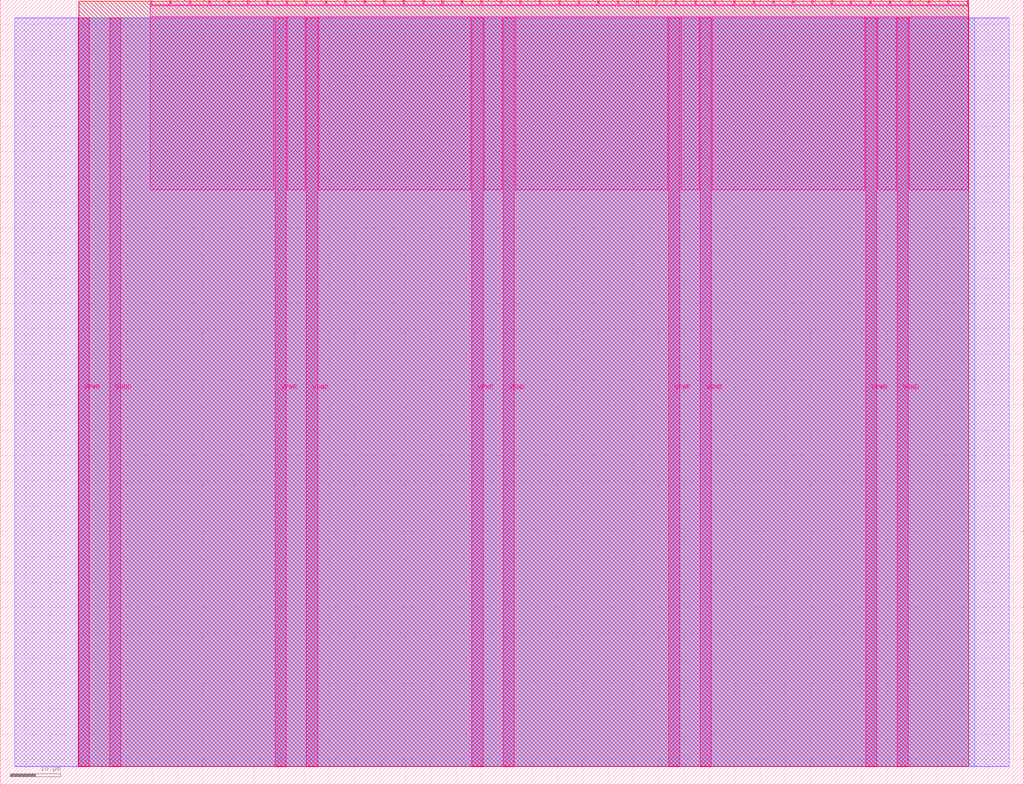
<source format=lef>
VERSION 5.7 ;
  NOWIREEXTENSIONATPIN ON ;
  DIVIDERCHAR "/" ;
  BUSBITCHARS "[]" ;
MACRO tt_um_LFSR_Encrypt
  CLASS BLOCK ;
  FOREIGN tt_um_LFSR_Encrypt ;
  ORIGIN 0.000 0.000 ;
  SIZE 202.080 BY 154.980 ;
  PIN VGND
    DIRECTION INOUT ;
    USE GROUND ;
    PORT
      LAYER Metal5 ;
        RECT 21.580 3.560 23.780 151.420 ;
    END
    PORT
      LAYER Metal5 ;
        RECT 60.450 3.560 62.650 151.420 ;
    END
    PORT
      LAYER Metal5 ;
        RECT 99.320 3.560 101.520 151.420 ;
    END
    PORT
      LAYER Metal5 ;
        RECT 138.190 3.560 140.390 151.420 ;
    END
    PORT
      LAYER Metal5 ;
        RECT 177.060 3.560 179.260 151.420 ;
    END
  END VGND
  PIN VPWR
    DIRECTION INOUT ;
    USE POWER ;
    PORT
      LAYER Metal5 ;
        RECT 15.380 3.560 17.580 151.420 ;
    END
    PORT
      LAYER Metal5 ;
        RECT 54.250 3.560 56.450 151.420 ;
    END
    PORT
      LAYER Metal5 ;
        RECT 93.120 3.560 95.320 151.420 ;
    END
    PORT
      LAYER Metal5 ;
        RECT 131.990 3.560 134.190 151.420 ;
    END
    PORT
      LAYER Metal5 ;
        RECT 170.860 3.560 173.060 151.420 ;
    END
  END VPWR
  PIN clk
    DIRECTION INPUT ;
    USE SIGNAL ;
    ANTENNAGATEAREA 0.213200 ;
    PORT
      LAYER Metal5 ;
        RECT 187.050 153.980 187.350 154.980 ;
    END
  END clk
  PIN ena
    DIRECTION INPUT ;
    USE SIGNAL ;
    ANTENNAGATEAREA 0.213200 ;
    PORT
      LAYER Metal5 ;
        RECT 190.890 153.980 191.190 154.980 ;
    END
  END ena
  PIN rst_n
    DIRECTION INPUT ;
    USE SIGNAL ;
    ANTENNAGATEAREA 0.314600 ;
    PORT
      LAYER Metal5 ;
        RECT 183.210 153.980 183.510 154.980 ;
    END
  END rst_n
  PIN ui_in[0]
    DIRECTION INPUT ;
    USE SIGNAL ;
    ANTENNAGATEAREA 0.180700 ;
    PORT
      LAYER Metal5 ;
        RECT 179.370 153.980 179.670 154.980 ;
    END
  END ui_in[0]
  PIN ui_in[1]
    DIRECTION INPUT ;
    USE SIGNAL ;
    ANTENNAGATEAREA 0.180700 ;
    PORT
      LAYER Metal5 ;
        RECT 175.530 153.980 175.830 154.980 ;
    END
  END ui_in[1]
  PIN ui_in[2]
    DIRECTION INPUT ;
    USE SIGNAL ;
    ANTENNAGATEAREA 0.180700 ;
    PORT
      LAYER Metal5 ;
        RECT 171.690 153.980 171.990 154.980 ;
    END
  END ui_in[2]
  PIN ui_in[3]
    DIRECTION INPUT ;
    USE SIGNAL ;
    ANTENNAGATEAREA 0.213200 ;
    PORT
      LAYER Metal5 ;
        RECT 167.850 153.980 168.150 154.980 ;
    END
  END ui_in[3]
  PIN ui_in[4]
    DIRECTION INPUT ;
    USE SIGNAL ;
    ANTENNAGATEAREA 0.213200 ;
    PORT
      LAYER Metal5 ;
        RECT 164.010 153.980 164.310 154.980 ;
    END
  END ui_in[4]
  PIN ui_in[5]
    DIRECTION INPUT ;
    USE SIGNAL ;
    ANTENNAGATEAREA 0.213200 ;
    PORT
      LAYER Metal5 ;
        RECT 160.170 153.980 160.470 154.980 ;
    END
  END ui_in[5]
  PIN ui_in[6]
    DIRECTION INPUT ;
    USE SIGNAL ;
    ANTENNAGATEAREA 0.180700 ;
    PORT
      LAYER Metal5 ;
        RECT 156.330 153.980 156.630 154.980 ;
    END
  END ui_in[6]
  PIN ui_in[7]
    DIRECTION INPUT ;
    USE SIGNAL ;
    ANTENNAGATEAREA 0.180700 ;
    PORT
      LAYER Metal5 ;
        RECT 152.490 153.980 152.790 154.980 ;
    END
  END ui_in[7]
  PIN uio_in[0]
    DIRECTION INPUT ;
    USE SIGNAL ;
    PORT
      LAYER Metal5 ;
        RECT 148.650 153.980 148.950 154.980 ;
    END
  END uio_in[0]
  PIN uio_in[1]
    DIRECTION INPUT ;
    USE SIGNAL ;
    PORT
      LAYER Metal5 ;
        RECT 144.810 153.980 145.110 154.980 ;
    END
  END uio_in[1]
  PIN uio_in[2]
    DIRECTION INPUT ;
    USE SIGNAL ;
    PORT
      LAYER Metal5 ;
        RECT 140.970 153.980 141.270 154.980 ;
    END
  END uio_in[2]
  PIN uio_in[3]
    DIRECTION INPUT ;
    USE SIGNAL ;
    PORT
      LAYER Metal5 ;
        RECT 137.130 153.980 137.430 154.980 ;
    END
  END uio_in[3]
  PIN uio_in[4]
    DIRECTION INPUT ;
    USE SIGNAL ;
    PORT
      LAYER Metal5 ;
        RECT 133.290 153.980 133.590 154.980 ;
    END
  END uio_in[4]
  PIN uio_in[5]
    DIRECTION INPUT ;
    USE SIGNAL ;
    PORT
      LAYER Metal5 ;
        RECT 129.450 153.980 129.750 154.980 ;
    END
  END uio_in[5]
  PIN uio_in[6]
    DIRECTION INPUT ;
    USE SIGNAL ;
    PORT
      LAYER Metal5 ;
        RECT 125.610 153.980 125.910 154.980 ;
    END
  END uio_in[6]
  PIN uio_in[7]
    DIRECTION INPUT ;
    USE SIGNAL ;
    PORT
      LAYER Metal5 ;
        RECT 121.770 153.980 122.070 154.980 ;
    END
  END uio_in[7]
  PIN uio_oe[0]
    DIRECTION OUTPUT ;
    USE SIGNAL ;
    ANTENNADIFFAREA 0.299200 ;
    PORT
      LAYER Metal5 ;
        RECT 56.490 153.980 56.790 154.980 ;
    END
  END uio_oe[0]
  PIN uio_oe[1]
    DIRECTION OUTPUT ;
    USE SIGNAL ;
    ANTENNADIFFAREA 0.299200 ;
    PORT
      LAYER Metal5 ;
        RECT 52.650 153.980 52.950 154.980 ;
    END
  END uio_oe[1]
  PIN uio_oe[2]
    DIRECTION OUTPUT ;
    USE SIGNAL ;
    ANTENNADIFFAREA 0.299200 ;
    PORT
      LAYER Metal5 ;
        RECT 48.810 153.980 49.110 154.980 ;
    END
  END uio_oe[2]
  PIN uio_oe[3]
    DIRECTION OUTPUT ;
    USE SIGNAL ;
    ANTENNADIFFAREA 0.299200 ;
    PORT
      LAYER Metal5 ;
        RECT 44.970 153.980 45.270 154.980 ;
    END
  END uio_oe[3]
  PIN uio_oe[4]
    DIRECTION OUTPUT ;
    USE SIGNAL ;
    ANTENNADIFFAREA 0.299200 ;
    PORT
      LAYER Metal5 ;
        RECT 41.130 153.980 41.430 154.980 ;
    END
  END uio_oe[4]
  PIN uio_oe[5]
    DIRECTION OUTPUT ;
    USE SIGNAL ;
    ANTENNADIFFAREA 0.299200 ;
    PORT
      LAYER Metal5 ;
        RECT 37.290 153.980 37.590 154.980 ;
    END
  END uio_oe[5]
  PIN uio_oe[6]
    DIRECTION OUTPUT ;
    USE SIGNAL ;
    ANTENNADIFFAREA 0.299200 ;
    PORT
      LAYER Metal5 ;
        RECT 33.450 153.980 33.750 154.980 ;
    END
  END uio_oe[6]
  PIN uio_oe[7]
    DIRECTION OUTPUT ;
    USE SIGNAL ;
    ANTENNADIFFAREA 0.299200 ;
    PORT
      LAYER Metal5 ;
        RECT 29.610 153.980 29.910 154.980 ;
    END
  END uio_oe[7]
  PIN uio_out[0]
    DIRECTION OUTPUT ;
    USE SIGNAL ;
    ANTENNADIFFAREA 0.654800 ;
    PORT
      LAYER Metal5 ;
        RECT 87.210 153.980 87.510 154.980 ;
    END
  END uio_out[0]
  PIN uio_out[1]
    DIRECTION OUTPUT ;
    USE SIGNAL ;
    ANTENNADIFFAREA 0.654800 ;
    PORT
      LAYER Metal5 ;
        RECT 83.370 153.980 83.670 154.980 ;
    END
  END uio_out[1]
  PIN uio_out[2]
    DIRECTION OUTPUT ;
    USE SIGNAL ;
    ANTENNADIFFAREA 0.654800 ;
    PORT
      LAYER Metal5 ;
        RECT 79.530 153.980 79.830 154.980 ;
    END
  END uio_out[2]
  PIN uio_out[3]
    DIRECTION OUTPUT ;
    USE SIGNAL ;
    ANTENNADIFFAREA 0.654800 ;
    PORT
      LAYER Metal5 ;
        RECT 75.690 153.980 75.990 154.980 ;
    END
  END uio_out[3]
  PIN uio_out[4]
    DIRECTION OUTPUT ;
    USE SIGNAL ;
    ANTENNADIFFAREA 0.654800 ;
    PORT
      LAYER Metal5 ;
        RECT 71.850 153.980 72.150 154.980 ;
    END
  END uio_out[4]
  PIN uio_out[5]
    DIRECTION OUTPUT ;
    USE SIGNAL ;
    ANTENNADIFFAREA 0.654800 ;
    PORT
      LAYER Metal5 ;
        RECT 68.010 153.980 68.310 154.980 ;
    END
  END uio_out[5]
  PIN uio_out[6]
    DIRECTION OUTPUT ;
    USE SIGNAL ;
    ANTENNADIFFAREA 0.654800 ;
    PORT
      LAYER Metal5 ;
        RECT 64.170 153.980 64.470 154.980 ;
    END
  END uio_out[6]
  PIN uio_out[7]
    DIRECTION OUTPUT ;
    USE SIGNAL ;
    ANTENNAGATEAREA 1.103700 ;
    ANTENNADIFFAREA 0.632400 ;
    PORT
      LAYER Metal5 ;
        RECT 60.330 153.980 60.630 154.980 ;
    END
  END uio_out[7]
  PIN uo_out[0]
    DIRECTION OUTPUT ;
    USE SIGNAL ;
    ANTENNADIFFAREA 0.706400 ;
    PORT
      LAYER Metal5 ;
        RECT 117.930 153.980 118.230 154.980 ;
    END
  END uo_out[0]
  PIN uo_out[1]
    DIRECTION OUTPUT ;
    USE SIGNAL ;
    ANTENNADIFFAREA 0.706400 ;
    PORT
      LAYER Metal5 ;
        RECT 114.090 153.980 114.390 154.980 ;
    END
  END uo_out[1]
  PIN uo_out[2]
    DIRECTION OUTPUT ;
    USE SIGNAL ;
    ANTENNADIFFAREA 0.706400 ;
    PORT
      LAYER Metal5 ;
        RECT 110.250 153.980 110.550 154.980 ;
    END
  END uo_out[2]
  PIN uo_out[3]
    DIRECTION OUTPUT ;
    USE SIGNAL ;
    ANTENNADIFFAREA 0.706400 ;
    PORT
      LAYER Metal5 ;
        RECT 106.410 153.980 106.710 154.980 ;
    END
  END uo_out[3]
  PIN uo_out[4]
    DIRECTION OUTPUT ;
    USE SIGNAL ;
    ANTENNADIFFAREA 0.706400 ;
    PORT
      LAYER Metal5 ;
        RECT 102.570 153.980 102.870 154.980 ;
    END
  END uo_out[4]
  PIN uo_out[5]
    DIRECTION OUTPUT ;
    USE SIGNAL ;
    ANTENNADIFFAREA 0.706400 ;
    PORT
      LAYER Metal5 ;
        RECT 98.730 153.980 99.030 154.980 ;
    END
  END uo_out[5]
  PIN uo_out[6]
    DIRECTION OUTPUT ;
    USE SIGNAL ;
    ANTENNADIFFAREA 0.706400 ;
    PORT
      LAYER Metal5 ;
        RECT 94.890 153.980 95.190 154.980 ;
    END
  END uo_out[6]
  PIN uo_out[7]
    DIRECTION OUTPUT ;
    USE SIGNAL ;
    ANTENNADIFFAREA 0.706400 ;
    PORT
      LAYER Metal5 ;
        RECT 91.050 153.980 91.350 154.980 ;
    END
  END uo_out[7]
  OBS
      LAYER GatPoly ;
        RECT 2.880 3.630 199.200 151.350 ;
      LAYER Metal1 ;
        RECT 2.880 3.560 199.200 151.420 ;
      LAYER Metal2 ;
        RECT 15.515 3.680 192.385 151.300 ;
      LAYER Metal3 ;
        RECT 15.560 3.635 191.140 154.705 ;
      LAYER Metal4 ;
        RECT 15.515 3.680 191.185 154.660 ;
      LAYER Metal5 ;
        RECT 30.120 153.770 33.240 153.980 ;
        RECT 33.960 153.770 37.080 153.980 ;
        RECT 37.800 153.770 40.920 153.980 ;
        RECT 41.640 153.770 44.760 153.980 ;
        RECT 45.480 153.770 48.600 153.980 ;
        RECT 49.320 153.770 52.440 153.980 ;
        RECT 53.160 153.770 56.280 153.980 ;
        RECT 57.000 153.770 60.120 153.980 ;
        RECT 60.840 153.770 63.960 153.980 ;
        RECT 64.680 153.770 67.800 153.980 ;
        RECT 68.520 153.770 71.640 153.980 ;
        RECT 72.360 153.770 75.480 153.980 ;
        RECT 76.200 153.770 79.320 153.980 ;
        RECT 80.040 153.770 83.160 153.980 ;
        RECT 83.880 153.770 87.000 153.980 ;
        RECT 87.720 153.770 90.840 153.980 ;
        RECT 91.560 153.770 94.680 153.980 ;
        RECT 95.400 153.770 98.520 153.980 ;
        RECT 99.240 153.770 102.360 153.980 ;
        RECT 103.080 153.770 106.200 153.980 ;
        RECT 106.920 153.770 110.040 153.980 ;
        RECT 110.760 153.770 113.880 153.980 ;
        RECT 114.600 153.770 117.720 153.980 ;
        RECT 118.440 153.770 121.560 153.980 ;
        RECT 122.280 153.770 125.400 153.980 ;
        RECT 126.120 153.770 129.240 153.980 ;
        RECT 129.960 153.770 133.080 153.980 ;
        RECT 133.800 153.770 136.920 153.980 ;
        RECT 137.640 153.770 140.760 153.980 ;
        RECT 141.480 153.770 144.600 153.980 ;
        RECT 145.320 153.770 148.440 153.980 ;
        RECT 149.160 153.770 152.280 153.980 ;
        RECT 153.000 153.770 156.120 153.980 ;
        RECT 156.840 153.770 159.960 153.980 ;
        RECT 160.680 153.770 163.800 153.980 ;
        RECT 164.520 153.770 167.640 153.980 ;
        RECT 168.360 153.770 171.480 153.980 ;
        RECT 172.200 153.770 175.320 153.980 ;
        RECT 176.040 153.770 179.160 153.980 ;
        RECT 179.880 153.770 183.000 153.980 ;
        RECT 183.720 153.770 186.840 153.980 ;
        RECT 187.560 153.770 190.680 153.980 ;
        RECT 29.660 151.630 191.140 153.770 ;
        RECT 29.660 117.455 54.040 151.630 ;
        RECT 56.660 117.455 60.240 151.630 ;
        RECT 62.860 117.455 92.910 151.630 ;
        RECT 95.530 117.455 99.110 151.630 ;
        RECT 101.730 117.455 131.780 151.630 ;
        RECT 134.400 117.455 137.980 151.630 ;
        RECT 140.600 117.455 170.650 151.630 ;
        RECT 173.270 117.455 176.850 151.630 ;
        RECT 179.470 117.455 191.140 151.630 ;
  END
END tt_um_LFSR_Encrypt
END LIBRARY


</source>
